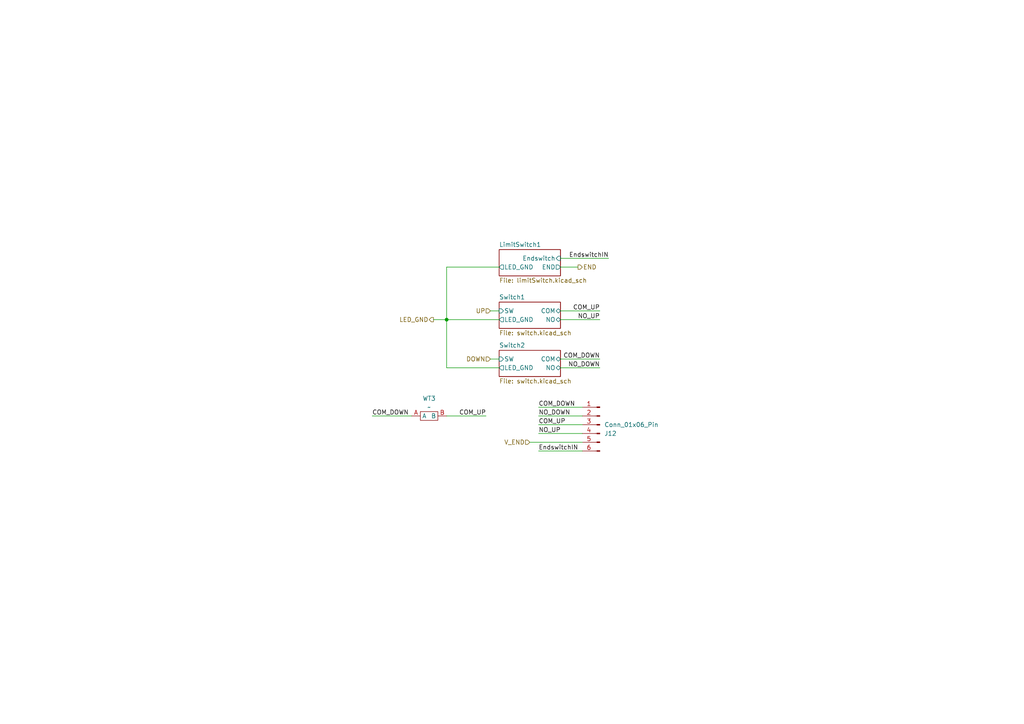
<source format=kicad_sch>
(kicad_sch (version 20250114) (generator "eeschema") (generator_version "9.0")
  (paper "A4")
  (lib_symbols
    (symbol "Connector:Conn_01x06_Pin" (pin_names (offset 1.016) (hide yes))
      (property "Reference" "J" (at 0 7.62 0))
      (property "Value" "Conn_01x06_Pin" (at 0 -10.16 0))
      (symbol "Conn_01x06_Pin_1_1"
        (rectangle (start 0.8636 5.207) (end 0 4.953) (stroke (width 0.1524)) (fill (type outline)))
        (rectangle (start 0.8636 2.667) (end 0 2.413) (stroke (width 0.1524)) (fill (type outline)))
        (rectangle (start 0.8636 0.127) (end 0 -0.127) (stroke (width 0.1524)) (fill (type outline)))
        (rectangle (start 0.8636 -2.413) (end 0 -2.667) (stroke (width 0.1524)) (fill (type outline)))
        (rectangle (start 0.8636 -4.953) (end 0 -5.207) (stroke (width 0.1524)) (fill (type outline)))
        (rectangle (start 0.8636 -7.493) (end 0 -7.747) (stroke (width 0.1524)) (fill (type outline)))
        (polyline (pts (xy 1.27 5.08) (xy 0.8636 5.08)) (stroke (width 0.1524)))
        (polyline (pts (xy 1.27 2.54) (xy 0.8636 2.54)) (stroke (width 0.1524)))
        (polyline (pts (xy 1.27 0) (xy 0.8636 0)) (stroke (width 0.1524)))
        (polyline (pts (xy 1.27 -2.54) (xy 0.8636 -2.54)) (stroke (width 0.1524)))
        (polyline (pts (xy 1.27 -5.08) (xy 0.8636 -5.08)) (stroke (width 0.1524)))
        (polyline (pts (xy 1.27 -7.62) (xy 0.8636 -7.62)) (stroke (width 0.1524)))
        (pin passive line (at 5.08 5.08 180) (length 3.81) (name "Pin_1") (number "1"))
        (pin passive line (at 5.08 2.54 180) (length 3.81) (name "Pin_2") (number "2"))
        (pin passive line (at 5.08 0 180) (length 3.81) (name "Pin_3") (number "3"))
        (pin passive line (at 5.08 -2.54 180) (length 3.81) (name "Pin_4") (number "4"))
        (pin passive line (at 5.08 -5.08 180) (length 3.81) (name "Pin_5") (number "5"))
        (pin passive line (at 5.08 -7.62 180) (length 3.81) (name "Pin_6") (number "6"))
      )
    )
    (symbol "TestPoints:Bridge"
      (property "Reference" "WT" (at 0 2.54 0))
      (symbol "Bridge_0_1"
        (rectangle (start 2.54 -1.27) (end -2.54 1.27))
      )
      (symbol "Bridge_1_1"
        (pin passive line (at -5.08 0 0) (length 2.54) (name "A") (number "A"))
        (pin passive line (at 5.08 0 180) (length 2.54) (name "B") (number "B"))
      )
    )
  )
  (junction (at 129.54 92.71))
  (wire (pts (xy 129.54 77.47) (xy 129.54 92.71)))
  (wire (pts (xy 162.56 106.68) (xy 173.99 106.68)))
  (wire (pts (xy 129.54 92.71) (xy 144.78 92.71)))
  (wire (pts (xy 129.54 92.71) (xy 129.54 106.68)))
  (wire (pts (xy 162.56 104.14) (xy 173.99 104.14)))
  (wire (pts (xy 168.91 125.73) (xy 156.21 125.73)))
  (wire (pts (xy 162.56 74.93) (xy 176.53 74.93)))
  (wire (pts (xy 107.95 120.65) (xy 119.38 120.65)))
  (wire (pts (xy 168.91 118.11) (xy 156.21 118.11)))
  (wire (pts (xy 142.24 90.17) (xy 144.78 90.17)))
  (wire (pts (xy 162.56 90.17) (xy 173.99 90.17)))
  (wire (pts (xy 156.21 130.81) (xy 168.91 130.81)))
  (wire (pts (xy 144.78 77.47) (xy 129.54 77.47)))
  (wire (pts (xy 129.54 106.68) (xy 144.78 106.68)))
  (wire (pts (xy 129.54 120.65) (xy 140.97 120.65)))
  (wire (pts (xy 153.67 128.27) (xy 168.91 128.27)))
  (wire (pts (xy 162.56 77.47) (xy 167.64 77.47)))
  (wire (pts (xy 168.91 123.19) (xy 156.21 123.19)))
  (wire (pts (xy 142.24 104.14) (xy 144.78 104.14)))
  (wire (pts (xy 168.91 120.65) (xy 156.21 120.65)))
  (wire (pts (xy 162.56 92.71) (xy 173.99 92.71)))
  (wire (pts (xy 125.73 92.71) (xy 129.54 92.71)))
  (label "COM_UP" (at 156.21 123.19 0))
  (label "COM_DOWN" (at 173.99 104.14 180))
  (label "EndswitchIN" (at 176.53 74.93 180))
  (label "NO_UP" (at 156.21 125.73 0))
  (label "NO_DOWN" (at 173.99 106.68 180))
  (label "NO_DOWN" (at 156.21 120.65 0))
  (label "COM_UP" (at 173.99 90.17 180))
  (label "NO_UP" (at 173.99 92.71 180))
  (label "EndswitchIN" (at 156.21 130.81 0))
  (label "COM_DOWN" (at 156.21 118.11 0))
  (label "COM_UP" (at 140.97 120.65 180))
  (label "COM_DOWN" (at 107.95 120.65 0))
  (hierarchical_label "END" (shape output) (at 167.64 77.47 0))
  (hierarchical_label "LED_GND" (shape output) (at 125.73 92.71 180))
  (hierarchical_label "V_END" (shape input) (at 153.67 128.27 180))
  (hierarchical_label "DOWN" (shape input) (at 142.24 104.14 180))
  (hierarchical_label "UP" (shape input) (at 142.24 90.17 180))
  (symbol (lib_id "Connector:Conn_01x06_Pin") (at 173.99 123.19 0) (mirror y) (unit 1)
    (property "Reference" "J1" (at 175.26 125.7301 0) (effects (justify right)))
    (property "Value" "Conn_01x06_Pin" (at 175.26 123.1901 0) (effects (justify right)))
    (property "Footprint" "Connector_Phoenix_MSTB:PhoenixContact_MSTBA_2,5_6-G-5,08_1x06_P5.08mm_Horizontal" (effects (hide yes)))
    (property "Description" "Generic connector, single row, 01x06, script generated" (effects (hide yes)))
    (instances (project "RolloSteuerung" (path "" (reference "J12") (unit 1)) (path "" (reference "J3") (unit 1)) (path "" (reference "J1") (unit 1))))
  )
  (symbol (lib_id "TestPoints:Bridge") (at 124.46 120.65 0) (unit 1) (on_board no)
    (property "Reference" "WT1" (at 124.46 115.57 0))
    (property "Value" "~" (at 124.46 118.11 0))
    (property "Footprint" "Testpoint:Bridge" (effects (hide yes)))
    (instances (project "RolloSteuerung" (path "" (reference "WT3") (unit 1)) (path "" (reference "WT2") (unit 1)) (path "" (reference "WT1") (unit 1))))
  )
  (sheet (at 144.78 72.39) (size 17.78 7.62) (stroke (width 0.1524))
    (property "Sheetname" "LimitSwitch1" (at 144.78 71.6784 0) (effects (justify left bottom)))
    (property "Sheetfile" "limitSwitch.kicad_sch" (at 144.78 80.5946 0) (effects (justify left top)))
    (pin "LED_GND" output (at 144.78 77.47 180))
    (pin "END" output (at 162.56 77.47 0))
    (pin "Endswitch" input (at 162.56 74.93 0))
  )
  (sheet (at 144.78 87.63) (size 17.78 7.62) (stroke (width 0.1524))
    (property "Sheetname" "Switch1" (at 144.78 86.9184 0) (effects (justify left bottom)))
    (property "Sheetfile" "switch.kicad_sch" (at 144.78 95.8346 0) (effects (justify left top)))
    (pin "NO" bidirectional (at 162.56 92.71 0))
    (pin "SW" input (at 144.78 90.17 180))
    (pin "COM" bidirectional (at 162.56 90.17 0))
    (pin "LED_GND" output (at 144.78 92.71 180))
  )
  (sheet (at 144.78 101.6) (size 17.78 7.62) (stroke (width 0.1524))
    (property "Sheetname" "Switch2" (at 144.78 100.8884 0) (effects (justify left bottom)))
    (property "Sheetfile" "switch.kicad_sch" (at 144.78 109.8046 0) (effects (justify left top)))
    (pin "NO" bidirectional (at 162.56 106.68 0))
    (pin "SW" input (at 144.78 104.14 180))
    (pin "COM" bidirectional (at 162.56 104.14 0))
    (pin "LED_GND" output (at 144.78 106.68 180))
  )
)
</source>
